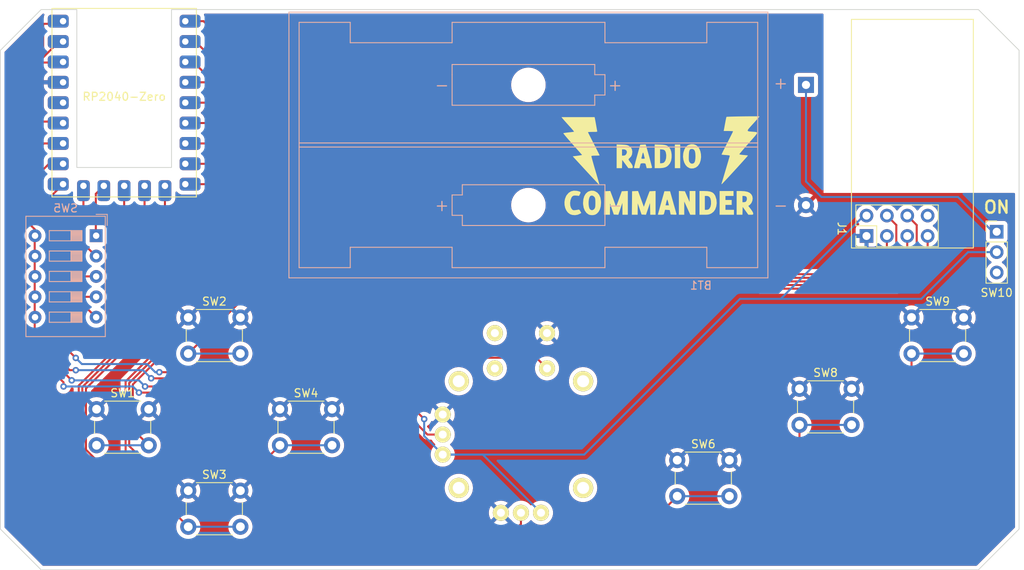
<source format=kicad_pcb>
(kicad_pcb (version 20211014) (generator pcbnew)
  (layers (0 "F.Cu" signal) (31 "B.Cu" signal) (34 "B.Paste" user) (35 "F.Paste" user) (36 "B.SilkS" user "B.Silkscreen") (37 "F.SilkS" user "F.Silkscreen") (38 "B.Mask" user) (39 "F.Mask" user) (44 "Edge.Cuts" user))
  (net 0 "")
  (net 1 "+3V0")
  (net 2 "GND")
  (net 3 "/NRF_CE")
  (net 4 "/SPI_NCS")
  (net 5 "/SPI_SCK")
  (net 6 "/SPI_MOSI")
  (net 7 "/SPI_MISO")
  (net 9 "/SW1")
  (net 10 "/SW2")
  (net 11 "/SW3")
  (net 12 "/SW4")
  (net 13 "/SW5")
  (net 14 "/SW6")
  (net 15 "/SW7")
  (net 16 "/JOY_PB")
  (net 17 "/JOY_Y")
  (net 18 "/JOY_X")
  (net 19 "/DIP1")
  (net 20 "/DIP2")
  (net 21 "/DIP3")
  (net 22 "/DIP4")
  (net 23 "/DIP5")
  (net 25 "/BATT_NOSW")
  (footprint "rp2040-zero:RP2040-Zero" (layer "F.Cu") (at 94.171 70.029)
    (fp_text reference "RZ1")
    (fp_text value "RP2040-Zero" (at 10.16 -13.45 unlocked) (layer "F.SilkS"))
    (pad "1" thru_hole roundrect (at 17.78 -22.86) (size 2.6 1.6) (drill 0.8 (offset 0.6 0)) (layers *.Cu *.Mask) (net 3 "/NRF_CE"))
    (pad "2" thru_hole roundrect (at 17.78 -20.32) (size 2.6 1.6) (drill 0.8 (offset 0.6 0)) (layers *.Cu *.Mask) (net 4 "/SPI_NCS"))
    (pad "3" thru_hole roundrect (at 17.78 -17.78) (size 2.6 1.6) (drill 0.8 (offset 0.6 0)) (layers *.Cu *.Mask) (net 5 "/SPI_SCK"))
    (pad "4" thru_hole roundrect (at 17.78 -15.24) (size 2.6 1.6) (drill 0.8 (offset 0.6 0)) (layers *.Cu *.Mask) (net 6 "/SPI_MOSI"))
    (pad "5" thru_hole roundrect (at 17.78 -12.7) (size 2.6 1.6) (drill 0.8 (offset 0.6 0)) (layers *.Cu *.Mask) (net 7 "/SPI_MISO"))
    (pad "6" thru_hole roundrect (at 17.78 -10.16) (size 2.6 1.6002) (drill 0.8 (offset 0.6 0)) (layers *.Cu *.Mask) (net 9 "/SW1"))
    (pad "7" thru_hole roundrect (at 17.78 -7.62) (size 2.6 1.6002) (drill 0.8 (offset 0.6 0)) (layers *.Cu *.Mask) (net 10 "/SW2"))
    (pad "8" thru_hole roundrect (at 17.78 -5.08) (size 2.6 1.6002) (drill 0.8 (offset 0.6 0)) (layers *.Cu *.Mask) (net 11 "/SW3"))
    (pad "9" thru_hole roundrect (at 17.78 -2.54) (size 2.6 1.6002) (drill 0.8 (offset 0.6 0)) (layers *.Cu *.Mask) (net 12 "/SW4"))
    (pad "10" thru_hole roundrect (at 15.24 -2.33) (size 1.6 2.6) (drill 0.8 (offset 0 0.6)) (layers *.Cu *.Mask) (net 13 "/SW5"))
    (pad "11" thru_hole roundrect (at 12.7 -2.33) (size 1.5748 2.6) (drill 0.8 (offset 0 0.6)) (layers *.Cu *.Mask) (net 14 "/SW6"))
    (pad "12" thru_hole roundrect (at 10.16 -2.33) (size 1.5748 2.6) (drill 0.8 (offset 0 0.6)) (layers *.Cu *.Mask) (net 15 "/SW7"))
    (pad "13" thru_hole roundrect (at 7.62 -2.33) (size 1.5748 2.6) (drill 0.8 (offset 0 0.6)) (layers *.Cu *.Mask) (net 19 "/DIP1"))
    (pad "14" thru_hole roundrect (at 5.08 -2.33) (size 1.5748 2.6) (drill 0.8 (offset 0 0.6)) (layers *.Cu *.Mask) (net 20 "/DIP2"))
    (pad "15" thru_hole roundrect (at 2.54 -2.54) (size 2.6 1.6002) (drill 0.8 (offset -0.6 0)) (layers *.Cu *.Mask) (net 21 "/DIP3"))
    (pad "16" thru_hole roundrect (at 2.54 -5.08) (size 2.6 1.6002) (drill 0.8 (offset -0.6 0)) (layers *.Cu *.Mask) (net 22 "/DIP4"))
    (pad "17" thru_hole roundrect (at 2.54 -7.62) (size 2.6 1.6002) (drill 0.8 (offset -0.6 0)) (layers *.Cu *.Mask) (net 23 "/DIP5"))
    (pad "18" thru_hole roundrect (at 2.54 -10.16) (size 2.6 1.6002) (drill 0.8 (offset -0.6 0)) (layers *.Cu *.Mask) (net 16 "/JOY_PB"))
    (pad "19" thru_hole roundrect (at 2.54 -22.86) (size 2.6 1.6002) (drill 0.8 (offset -0.6 0)) (layers *.Cu *.Mask) (net 17 "/JOY_Y"))
    (pad "20" thru_hole roundrect (at 2.54 -20.32) (size 2.6 1.6002) (drill 0.8 (offset -0.6 0)) (layers *.Cu *.Mask) (net 18 "/JOY_X"))
    (pad "21" thru_hole roundrect (at 2.54 -17.78) (size 2.6 1.6002) (drill 0.8 (offset -0.6 0)) (layers *.Cu *.Mask) (net 1 "+3V0"))
    (pad "22" thru_hole roundrect (at 2.54 -12.7) (size 2.6 1.6002) (drill 0.8 (offset -0.6 0)) (layers *.Cu *.Mask))
    (pad "23" thru_hole roundrect (at 2.54 -15.24) (size 2.6 1.6002) (drill 0.8 (offset -0.6 0)) (layers *.Cu *.Mask) (net 2 "GND"))
  )
  (footprint "rf_controller_hw:rf_commander" (layer "F.Cu") (at 171.196 64.77)
    (fp_text reference "G***" hide)
    (fp_text value "LOGO" hide)
  )
  (footprint "Button_Switch_THT:SW_PUSH_6mm_H5mm" (layer "F.Cu") (at 188.52 93)
    (fp_text reference "SW8" (at 3.25 -2) (layer "F.SilkS"))
    (fp_text value "SW_Push")
    (pad "1" thru_hole circle (at 0 0 90) (size 2 2) (drill 1.1) (layers *.Cu *.Mask) (net 2 "GND"))
    (pad "1" thru_hole circle (at 6.5 0 90) (size 2 2) (drill 1.1) (layers *.Cu *.Mask) (net 2 "GND"))
    (pad "2" thru_hole circle (at 6.5 4.5 90) (size 2 2) (drill 1.1) (layers *.Cu *.Mask) (net 14 "/SW6"))
    (pad "2" thru_hole circle (at 0 4.5 90) (size 2 2) (drill 1.1) (layers *.Cu *.Mask) (net 14 "/SW6"))
  )
  (footprint "Button_Switch_THT:SW_PUSH_6mm_H5mm" (layer "F.Cu") (at 112.32 84.11)
    (fp_text reference "SW2" (at 3.25 -2) (layer "F.SilkS"))
    (fp_text value "SW_Push")
    (pad "1" thru_hole circle (at 6.5 0 90) (size 2 2) (drill 1.1) (layers *.Cu *.Mask) (net 2 "GND"))
    (pad "1" thru_hole circle (at 0 0 90) (size 2 2) (drill 1.1) (layers *.Cu *.Mask) (net 2 "GND"))
    (pad "2" thru_hole circle (at 6.5 4.5 90) (size 2 2) (drill 1.1) (layers *.Cu *.Mask) (net 9 "/SW1"))
    (pad "2" thru_hole circle (at 0 4.5 90) (size 2 2) (drill 1.1) (layers *.Cu *.Mask) (net 9 "/SW1"))
  )
  (footprint "Button_Switch_THT:SW_PUSH_6mm_H5mm" (layer "F.Cu") (at 112.32 105.7)
    (fp_text reference "SW3" (at 3.25 -2) (layer "F.SilkS"))
    (fp_text value "SW_Push")
    (pad "1" thru_hole circle (at 0 0 90) (size 2 2) (drill 1.1) (layers *.Cu *.Mask) (net 2 "GND"))
    (pad "1" thru_hole circle (at 6.5 0 90) (size 2 2) (drill 1.1) (layers *.Cu *.Mask) (net 2 "GND"))
    (pad "2" thru_hole circle (at 0 4.5 90) (size 2 2) (drill 1.1) (layers *.Cu *.Mask) (net 12 "/SW4"))
    (pad "2" thru_hole circle (at 6.5 4.5 90) (size 2 2) (drill 1.1) (layers *.Cu *.Mask) (net 12 "/SW4"))
  )
  (footprint "Button_Switch_THT:SW_PUSH_6mm_H5mm" (layer "F.Cu") (at 100.89 95.54)
    (fp_text reference "SW1" (at 3.25 -2) (layer "F.SilkS"))
    (fp_text value "SW_Push")
    (pad "1" thru_hole circle (at 0 0 90) (size 2 2) (drill 1.1) (layers *.Cu *.Mask) (net 2 "GND"))
    (pad "1" thru_hole circle (at 6.5 0 90) (size 2 2) (drill 1.1) (layers *.Cu *.Mask) (net 2 "GND"))
    (pad "2" thru_hole circle (at 0 4.5 90) (size 2 2) (drill 1.1) (layers *.Cu *.Mask) (net 10 "/SW2"))
    (pad "2" thru_hole circle (at 6.5 4.5 90) (size 2 2) (drill 1.1) (layers *.Cu *.Mask) (net 10 "/SW2"))
  )
  (footprint "Button_Switch_THT:SW_PUSH_6mm_H5mm" (layer "F.Cu") (at 202.49 84.11)
    (fp_text reference "SW9" (at 3.25 -2) (layer "F.SilkS"))
    (fp_text value "SW_Push")
    (pad "1" thru_hole circle (at 0 0 90) (size 2 2) (drill 1.1) (layers *.Cu *.Mask) (net 2 "GND"))
    (pad "1" thru_hole circle (at 6.5 0 90) (size 2 2) (drill 1.1) (layers *.Cu *.Mask) (net 2 "GND"))
    (pad "2" thru_hole circle (at 6.5 4.5 90) (size 2 2) (drill 1.1) (layers *.Cu *.Mask) (net 15 "/SW7"))
    (pad "2" thru_hole circle (at 0 4.5 90) (size 2 2) (drill 1.1) (layers *.Cu *.Mask) (net 15 "/SW7"))
  )
  (footprint "Connector_PinHeader_2.54mm:PinHeader_1x03_P2.54mm_Vertical" (layer "F.Cu") (at 213.106 73.421)
    (fp_text reference "SW10" (at 0 7.605) (layer "F.SilkS"))
    (fp_text value "SW_SPDT")
    (pad "1" thru_hole rect (at 0 0) (size 1.7 1.7) (drill 1) (layers *.Cu *.Mask) (net 25 "/BATT_NOSW"))
    (pad "2" thru_hole oval (at 0 2.54) (size 1.7 1.7) (drill 1) (layers *.Cu *.Mask) (net 1 "+3V0"))
    (pad "3" thru_hole oval (at 0 5.08) (size 1.7 1.7) (drill 1) (layers *.Cu *.Mask))
  )
  (footprint "rf_controller_hw:NRF24L01+" (layer "F.Cu") (at 210.197 46.9465 -90)
    (fp_text reference "J1" (at 26.1 16.4 -90 unlocked) (layer "F.SilkS"))
    (fp_text value "NRF24L01")
    (pad "1" thru_hole rect (at 27 13.32 90) (size 1.7 1.7) (drill 1) (layers *.Mask "F.Cu" "In1.Cu" "B.Cu") (net 2 "GND"))
    (pad "2" thru_hole oval (at 24.46 13.32 90) (size 1.7 1.7) (drill 1) (layers *.Mask "F.Cu" "In1.Cu" "B.Cu") (net 1 "+3V0"))
    (pad "3" thru_hole oval (at 27 10.78 90) (size 1.7 1.7) (drill 1) (layers *.Mask "F.Cu" "In1.Cu" "B.Cu") (net 3 "/NRF_CE"))
    (pad "4" thru_hole oval (at 24.46 10.78 90) (size 1.7 1.7) (drill 1) (layers *.Mask "F.Cu" "In1.Cu" "B.Cu") (net 4 "/SPI_NCS"))
    (pad "5" thru_hole oval (at 27 8.24 90) (size 1.7 1.7) (drill 1) (layers *.Mask "F.Cu" "In1.Cu" "B.Cu") (net 5 "/SPI_SCK"))
    (pad "6" thru_hole oval (at 24.46 8.24 90) (size 1.7 1.7) (drill 1) (layers *.Mask "F.Cu" "In1.Cu" "B.Cu") (net 6 "/SPI_MOSI"))
    (pad "7" thru_hole oval (at 27 5.7 90) (size 1.7 1.7) (drill 1) (layers *.Mask "F.Cu" "In1.Cu" "B.Cu") (net 7 "/SPI_MISO"))
    (pad "8" thru_hole oval (at 24.46 5.7 90) (size 1.7 1.7) (drill 1) (layers *.Mask "F.Cu" "In1.Cu" "B.Cu"))
  )
  (footprint "rf_controller_hw:Joystick_Button" (layer "F.Cu") (at 153.795095 98.70567 180)
    (fp_text reference "SW7")
    (fp_text value "JOYSTICK_BUTTON")
    (pad "" thru_hole circle locked (at -7.74954 6.64972 180) (size 2.51714 2.51714) (drill 1.50114) (layers *.Cu *.Mask "F.SilkS"))
    (pad "" thru_hole circle locked (at 3.2512 8.24992 180) (size 1.99898 1.99898) (drill 1.00076) (layers *.Cu *.Mask "F.SilkS"))
    (pad "" thru_hole circle locked (at 7.74954 -6.64972 180) (size 2.51714 2.51714) (drill 1.50114) (layers *.Cu *.Mask "F.SilkS"))
    (pad "" thru_hole circle locked (at 3.2512 12.6492 180) (size 1.99898 1.99898) (drill 1.00076) (layers *.Cu *.Mask "F.SilkS"))
    (pad "" thru_hole circle locked (at -7.74954 -6.64972 180) (size 2.51714 2.51714) (drill 1.50114) (layers *.Cu *.Mask "F.SilkS"))
    (pad "" thru_hole circle locked (at 7.74954 6.64972 180) (size 2.51714 2.51714) (drill 1.50114) (layers *.Cu *.Mask "F.SilkS"))
    (pad "SW1" thru_hole circle locked (at -3.2512 8.24992 180) (size 1.99898 1.99898) (drill 1.00076) (layers *.Cu *.Mask "F.SilkS") (net 16 "/JOY_PB"))
    (pad "SW2" thru_hole circle locked (at -3.2512 12.6492 180) (size 1.99898 1.99898) (drill 1.00076) (layers *.Cu *.Mask "F.SilkS") (net 2 "GND"))
    (pad "X1" thru_hole circle locked (at 9.75106 -2.49936 180) (size 1.99898 1.99898) (drill 1.00076) (layers *.Cu *.Mask "F.SilkS") (net 1 "+3V0"))
    (pad "X2" thru_hole circle locked (at 9.75106 0 180) (size 1.99898 1.99898) (drill 1.00076) (layers *.Cu *.Mask "F.SilkS") (net 18 "/JOY_X"))
    (pad "X3" thru_hole circle locked (at 9.75106 2.49936 180) (size 1.99898 1.99898) (drill 1.00076) (layers *.Cu *.Mask "F.SilkS") (net 2 "GND"))
    (pad "Y1" thru_hole circle locked (at -2.49936 -9.75106 180) (size 1.99898 1.99898) (drill 1.00076) (layers *.Cu *.Mask "F.SilkS") (net 1 "+3V0"))
    (pad "Y2" thru_hole circle locked (at 0 -9.75106 180) (size 1.99898 1.99898) (drill 1.00076) (layers *.Cu *.Mask "F.SilkS") (net 17 "/JOY_Y"))
    (pad "Y3" thru_hole circle locked (at 2.49936 -9.75106 180) (size 1.99898 1.99898) (drill 1.00076) (layers *.Cu *.Mask "F.SilkS") (net 2 "GND"))
  )
  (footprint "Button_Switch_THT:SW_PUSH_6mm_H5mm" (layer "F.Cu") (at 123.75 95.54)
    (fp_text reference "SW4" (at 3.25 -2) (layer "F.SilkS"))
    (fp_text value "SW_Push")
    (pad "1" thru_hole circle (at 0 0 90) (size 2 2) (drill 1.1) (layers *.Cu *.Mask) (net 2 "GND"))
    (pad "1" thru_hole circle (at 6.5 0 90) (size 2 2) (drill 1.1) (layers *.Cu *.Mask) (net 2 "GND"))
    (pad "2" thru_hole circle (at 0 4.5 90) (size 2 2) (drill 1.1) (layers *.Cu *.Mask) (net 11 "/SW3"))
    (pad "2" thru_hole circle (at 6.5 4.5 90) (size 2 2) (drill 1.1) (layers *.Cu *.Mask) (net 11 "/SW3"))
  )
  (footprint "Button_Switch_THT:SW_PUSH_6mm_H5mm" (layer "F.Cu") (at 173.28 101.89)
    (fp_text reference "SW6" (at 3.25 -2) (layer "F.SilkS"))
    (fp_text value "SW_Push")
    (pad "1" thru_hole circle (at 0 0 90) (size 2 2) (drill 1.1) (layers *.Cu *.Mask) (net 2 "GND"))
    (pad "1" thru_hole circle (at 6.5 0 90) (size 2 2) (drill 1.1) (layers *.Cu *.Mask) (net 2 "GND"))
    (pad "2" thru_hole circle (at 6.5 4.5 90) (size 2 2) (drill 1.1) (layers *.Cu *.Mask) (net 13 "/SW5"))
    (pad "2" thru_hole circle (at 0 4.5 90) (size 2 2) (drill 1.1) (layers *.Cu *.Mask) (net 13 "/SW5"))
  )
  (footprint "rf_controller_hw:2AA_BATTERY" (layer "B.Cu") (at 184.531 79.121 180)
    (fp_text reference "BT1" (at 8.3 -1 unlocked) (layer "B.SilkS") (effects (justify mirror)))
    (fp_text value "Battery")
    (fp_text user "+" (at 18.995 24.01) (layer "B.SilkS") (effects (font (size 1.5 1.5)) (justify mirror)))
    (fp_text user "-" (at -1.651 9.017) (layer "B.SilkS") (effects (font (size 1.5 1.5)) (justify mirror)))
    (fp_text user "-" (at 18.995 9.02) (layer "B.SilkS") (effects (font (size 1.5 1.5)) (justify mirror)))
    (fp_text user "+" (at -1.651 24.257) (layer "B.SilkS") (effects (font (size 1.5 1.5)) (justify mirror)))
    (fp_text user "-" (at 40.585 24.01) (layer "B.SilkS") (effects (font (size 1.5 1.5)) (justify mirror)))
    (fp_text user "+" (at 40.585 9.02) (layer "B.SilkS") (effects (font (size 1.5 1.5)) (justify mirror)))
    (pad "" np_thru_hole circle (at 29.805 24.01 180) (size 3.3 3.3) (drill 3.3) (layers *.Mask "F.Cu" "In1.Cu" "B.Cu"))
    (pad "" np_thru_hole circle (at 29.805 9.02 180) (size 3.3 3.3) (drill 3.3) (layers *.Mask "F.Cu" "In1.Cu" "B.Cu"))
    (pad "1" thru_hole rect (at -4.8 24.01 180) (size 2 2) (drill 1.02) (layers *.Mask "F.Cu" "In1.Cu" "B.Cu") (net 25 "/BATT_NOSW"))
    (pad "2" thru_hole circle (at -4.8 9.02 180) (size 2 2) (drill 1.02) (layers *.Mask "F.Cu" "In1.Cu" "B.Cu") (net 2 "GND"))
  )
  (footprint "Button_Switch_THT:SW_DIP_SPSTx05_Slide_9.78x14.88mm_W7.62mm_P2.54mm" (layer "B.Cu") (at 100.838 73.914 180)
    (fp_text reference "SW5" (at 3.81 3.42) (layer "B.SilkS") (effects (justify mirror)))
    (fp_text value "SW_DIP_x05")
    (pad "1" thru_hole rect (at 0 0 180) (size 1.6 1.6) (drill 0.8) (layers *.Cu *.Mask) (net 19 "/DIP1"))
    (pad "2" thru_hole oval (at 0 -2.54 180) (size 1.6 1.6) (drill 0.8) (layers *.Cu *.Mask) (net 20 "/DIP2"))
    (pad "3" thru_hole oval (at 0 -5.08 180) (size 1.6 1.6) (drill 0.8) (layers *.Cu *.Mask) (net 21 "/DIP3"))
    (pad "4" thru_hole oval (at 0 -7.62 180) (size 1.6 1.6) (drill 0.8) (layers *.Cu *.Mask) (net 22 "/DIP4"))
    (pad "5" thru_hole oval (at 0 -10.16 180) (size 1.6 1.6) (drill 0.8) (layers *.Cu *.Mask) (net 23 "/DIP5"))
    (pad "6" thru_hole oval (at 7.62 -10.16 180) (size 1.6 1.6) (drill 0.8) (layers *.Cu *.Mask) (net 1 "+3V0"))
    (pad "7" thru_hole oval (at 7.62 -7.62 180) (size 1.6 1.6) (drill 0.8) (layers *.Cu *.Mask) (net 1 "+3V0"))
    (pad "8" thru_hole oval (at 7.62 -5.08 180) (size 1.6 1.6) (drill 0.8) (layers *.Cu *.Mask) (net 1 "+3V0"))
    (pad "9" thru_hole oval (at 7.62 -2.54 180) (size 1.6 1.6) (drill 0.8) (layers *.Cu *.Mask) (net 1 "+3V0"))
    (pad "10" thru_hole oval (at 7.62 0 180) (size 1.6 1.6) (drill 0.8) (layers *.Cu *.Mask) (net 1 "+3V0"))
  )
  (gr_poly (pts (xy 215.9 50.8) (xy 215.9 110.49) (xy 210.82 115.57) (xy 93.98 115.57) (xy 88.9 110.49) (xy 88.9 50.8) (xy 93.98 45.72) (xy 98.425 45.72) (xy 98.425 65.405) (xy 110.236 65.405) (xy 110.236 45.72) (xy 210.82 45.72)) (layer "Edge.Cuts") (width 0.1) (fill none))
  (gr_text "ON" (at 213.106 70.358) (layer "F.SilkS") (effects (font (size 1.5 1.5) (thickness 0.3))))
  (segment (start 97.536 90.678) (end 98.298 90.678) (width 0.25) (layer "F.Cu") (net 1))
  (segment (start 107.696 91.694) (end 136.652 91.694) (width 0.25) (layer "F.Cu") (net 1))
  (segment (start 93.1755 76.449) (end 93.1755 78.989) (width 0.25) (layer "F.Cu") (net 1))
  (segment (start 96.711 52.249) (end 96.325624 52.249) (width 0.25) (layer "F.Cu") (net 1))
  (segment (start 96.325624 52.249) (end 96.250624 52.324) (width 0.25) (layer "F.Cu") (net 1))
  (segment (start 93.1755 73.1095) (end 93.1755 73.909) (width 0.25) (layer "F.Cu") (net 1))
  (segment (start 93.1755 81.529) (end 93.1755 84.069) (width 0.25) (layer "F.Cu") (net 1))
  (segment (start 96.266 89.408) (end 97.536 90.678) (width 0.25) (layer "F.Cu") (net 1))
  (segment (start 96.250624 52.324) (end 94.234 52.324) (width 0.25) (layer "F.Cu") (net 1))
  (segment (start 93.1755 73.909) (end 93.1755 76.449) (width 0.25) (layer "F.Cu") (net 1))
  (segment (start 93.1755 86.3175) (end 96.266 89.408) (width 0.25) (layer "F.Cu") (net 1))
  (segment (start 91.948 54.61) (end 91.948 71.882) (width 0.25) (layer "F.Cu") (net 1))
  (segment (start 136.652 91.694) (end 141.732 96.774) (width 0.25) (layer "F.Cu") (net 1))
  (segment (start 93.1755 84.069) (end 93.1755 86.3175) (width 0.25) (layer "F.Cu") (net 1))
  (segment (start 91.948 71.882) (end 93.1755 73.1095) (width 0.25) (layer "F.Cu") (net 1))
  (segment (start 93.1755 78.989) (end 93.1755 81.529) (width 0.25) (layer "F.Cu") (net 1))
  (segment (start 94.234 52.324) (end 91.948 54.61) (width 0.25) (layer "F.Cu") (net 1))
  (via (at 141.732 96.774) (size 0.8) (drill 0.4) (layers "F.Cu" "B.Cu") (net 1))
  (via (at 98.298 90.678) (size 0.8) (drill 0.4) (layers "F.Cu" "B.Cu") (net 1))
  (via (at 107.696 91.694) (size 0.8) (drill 0.4) (layers "F.Cu" "B.Cu") (net 1))
  (segment (start 161.68497 101.20503) (end 175.895 86.995) (width 0.25) (layer "B.Cu") (net 1))
  (segment (start 141.732 98.892995) (end 144.044035 101.20503) (width 0.25) (layer "B.Cu") (net 1))
  (segment (start 209.535 75.961) (end 213.106 75.961) (width 0.25) (layer "B.Cu") (net 1))
  (segment (start 144.044035 101.20503) (end 149.042755 101.20503) (width 0.25) (layer "B.Cu") (net 1))
  (segment (start 106.68 90.678) (end 107.696 91.694) (width 0.25) (layer "B.Cu") (net 1))
  (segment (start 203.708 81.788) (end 209.535 75.961) (width 0.25) (layer "B.Cu") (net 1))
  (segment (start 186.182 81.788) (end 203.708 81.788) (width 0.25) (layer "B.Cu") (net 1))
  (segment (start 144.044035 101.20503) (end 161.68497 101.20503) (width 0.25) (layer "B.Cu") (net 1))
  (segment (start 181.102 81.788) (end 186.182 81.788) (width 0.25) (layer "B.Cu") (net 1))
  (segment (start 149.042755 101.20503) (end 156.294455 108.45673) (width 0.25) (layer "B.Cu") (net 1))
  (segment (start 175.895 86.995) (end 181.102 81.788) (width 0.25) (layer "B.Cu") (net 1))
  (segment (start 186.182 81.788) (end 196.5635 71.4065) (width 0.25) (layer "B.Cu") (net 1))
  (segment (start 98.298 90.678) (end 106.68 90.678) (width 0.25) (layer "B.Cu") (net 1))
  (segment (start 141.732 96.774) (end 141.732 98.892995) (width 0.25) (layer "B.Cu") (net 1))
  (segment (start 196.5635 71.4065) (end 196.877 71.4065) (width 0.25) (layer "B.Cu") (net 1))
  (segment (start 184.390068 78.712) (end 196.878 78.712) (width 0.25) (layer "F.Cu") (net 3))
  (segment (start 170.166068 64.488) (end 184.390068 78.712) (width 0.25) (layer "F.Cu") (net 3))
  (segment (start 141.584016 64.488) (end 170.166068 64.488) (width 0.25) (layer "F.Cu") (net 3))
  (segment (start 132.619016 55.523) (end 141.584016 64.488) (width 0.25) (layer "F.Cu") (net 3))
  (segment (start 122.579 55.523) (end 132.619016 55.523) (width 0.25) (layer "F.Cu") (net 3))
  (segment (start 196.878 78.712) (end 199.417 76.173) (width 0.25) (layer "F.Cu") (net 3))
  (segment (start 199.417 76.173) (end 199.417 73.9465) (width 0.25) (layer "F.Cu") (net 3))
  (segment (start 111.951 47.169) (end 114.225 47.169) (width 0.25) (layer "F.Cu") (net 3))
  (segment (start 114.225 47.169) (end 122.579 55.523) (width 0.25) (layer "F.Cu") (net 3))
  (segment (start 184.203672 79.162) (end 200.098328 79.162) (width 0.25) (layer "F.Cu") (net 4))
  (segment (start 169.979672 64.938) (end 184.203672 79.162) (width 0.25) (layer "F.Cu") (net 4))
  (segment (start 141.39762 64.938) (end 169.979672 64.938) (width 0.25) (layer "F.Cu") (net 4))
  (segment (start 111.951 49.709) (end 113.209 49.709) (width 0.25) (layer "F.Cu") (net 4))
  (segment (start 200.592 78.668328) (end 200.592 72.5815) (width 0.25) (layer "F.Cu") (net 4))
  (segment (start 200.098328 79.162) (end 200.592 78.668328) (width 0.25) (layer "F.Cu") (net 4))
  (segment (start 132.43262 55.973) (end 141.39762 64.938) (width 0.25) (layer "F.Cu") (net 4))
  (segment (start 200.592 72.5815) (end 199.417 71.4065) (width 0.25) (layer "F.Cu") (net 4))
  (segment (start 113.209 49.709) (end 119.473 55.973) (width 0.25) (layer "F.Cu") (net 4))
  (segment (start 119.473 55.973) (end 132.43262 55.973) (width 0.25) (layer "F.Cu") (net 4))
  (segment (start 117.129 56.423) (end 132.246224 56.423) (width 0.25) (layer "F.Cu") (net 5))
  (segment (start 184.017276 79.612) (end 200.284724 79.612) (width 0.25) (layer "F.Cu") (net 5))
  (segment (start 132.246224 56.423) (end 141.211224 65.388) (width 0.25) (layer "F.Cu") (net 5))
  (segment (start 111.951 52.249) (end 112.955 52.249) (width 0.25) (layer "F.Cu") (net 5))
  (segment (start 141.211224 65.388) (end 169.793276 65.388) (width 0.25) (layer "F.Cu") (net 5))
  (segment (start 169.793276 65.388) (end 184.017276 79.612) (width 0.25) (layer "F.Cu") (net 5))
  (segment (start 112.955 52.249) (end 117.129 56.423) (width 0.25) (layer "F.Cu") (net 5))
  (segment (start 201.957 77.939724) (end 201.957 73.9465) (width 0.25) (layer "F.Cu") (net 5))
  (segment (start 200.284724 79.612) (end 201.957 77.939724) (width 0.25) (layer "F.Cu") (net 5))
  (segment (start 132.059 56.875) (end 141.024 65.84) (width 0.254) (layer "F.Cu") (net 6))
  (segment (start 203.134 77.401948) (end 203.134 72.5835) (width 0.254) (layer "F.Cu") (net 6))
  (segment (start 114.754 54.789) (end 116.84 56.875) (width 0.254) (layer "F.Cu") (net 6))
  (segment (start 203.134 72.5835) (end 201.957 71.4065) (width 0.254) (layer "F.Cu") (net 6))
  (segment (start 141.024 65.84) (end 169.606052 65.84) (width 0.254) (layer "F.Cu") (net 6))
  (segment (start 111.951 54.789) (end 114.754 54.789) (width 0.254) (layer "F.Cu") (net 6))
  (segment (start 183.830052 80.064) (end 200.471948 80.064) (width 0.254) (layer "F.Cu") (net 6))
  (segment (start 169.606052 65.84) (end 183.830052 80.064) (width 0.254) (layer "F.Cu") (net 6))
  (segment (start 116.84 56.875) (end 132.059 56.875) (width 0.254) (layer "F.Cu") (net 6))
  (segment (start 200.471948 80.064) (end 203.134 77.401948) (width 0.254) (layer "F.Cu") (net 6))
  (segment (start 131.751 57.329) (end 140.716 66.294) (width 0.254) (layer "F.Cu") (net 7))
  (segment (start 111.951 57.329) (end 131.751 57.329) (width 0.254) (layer "F.Cu") (net 7))
  (segment (start 140.716 66.294) (end 169.418 66.294) (width 0.254) (layer "F.Cu") (net 7))
  (segment (start 183.642 80.518) (end 200.66 80.518) (width 0.254) (layer "F.Cu") (net 7))
  (segment (start 200.66 80.518) (end 204.497 76.681) (width 0.254) (layer "F.Cu") (net 7))
  (segment (start 204.497 76.681) (end 204.497 73.9465) (width 0.254) (layer "F.Cu") (net 7))
  (segment (start 169.418 66.294) (end 183.642 80.518) (width 0.254) (layer "F.Cu") (net 7))
  (segment (start 118.289 59.869) (end 111.951 59.869) (width 0.25) (layer "F.Cu") (net 9))
  (segment (start 122.682 64.262) (end 118.289 59.869) (width 0.25) (layer "F.Cu") (net 9))
  (segment (start 122.682 78.248) (end 122.682 64.262) (width 0.25) (layer "F.Cu") (net 9))
  (segment (start 112.32 88.61) (end 122.682 78.248) (width 0.25) (layer "F.Cu") (net 9))
  (segment (start 112.32 88.61) (end 118.82 88.61) (width 0.25) (layer "B.Cu") (net 9))
  (segment (start 105.41 98.06) (end 107.39 100.04) (width 0.25) (layer "F.Cu") (net 10))
  (segment (start 111.951 62.409) (end 120.192604 62.409) (width 0.25) (layer "F.Cu") (net 10))
  (segment (start 122.232 78.061604) (end 113.425604 86.868) (width 0.25) (layer "F.Cu") (net 10))
  (segment (start 110.998 86.868) (end 105.41 92.456) (width 0.25) (layer "F.Cu") (net 10))
  (segment (start 122.232 64.448396) (end 122.232 78.061604) (width 0.25) (layer "F.Cu") (net 10))
  (segment (start 105.41 92.456) (end 105.41 98.06) (width 0.25) (layer "F.Cu") (net 10))
  (segment (start 120.192604 62.409) (end 122.232 64.448396) (width 0.25) (layer "F.Cu") (net 10))
  (segment (start 113.425604 86.868) (end 110.998 86.868) (width 0.25) (layer "F.Cu") (net 10))
  (segment (start 100.89 100.04) (end 107.39 100.04) (width 0.25) (layer "B.Cu") (net 10))
  (segment (start 104.96 100.134) (end 106.68 101.854) (width 0.25) (layer "F.Cu") (net 11))
  (segment (start 121.782 77.875208) (end 113.239208 86.418) (width 0.25) (layer "F.Cu") (net 11))
  (segment (start 117.781 64.949) (end 121.782 68.95) (width 0.25) (layer "F.Cu") (net 11))
  (segment (start 110.811604 86.418) (end 104.96 92.269604) (width 0.25) (layer "F.Cu") (net 11))
  (segment (start 106.68 101.854) (end 121.936 101.854) (width 0.25) (layer "F.Cu") (net 11))
  (segment (start 104.96 92.269604) (end 104.96 100.134) (width 0.25) (layer "F.Cu") (net 11))
  (segment (start 121.936 101.854) (end 123.75 100.04) (width 0.25) (layer "F.Cu") (net 11))
  (segment (start 113.239208 86.418) (end 110.811604 86.418) (width 0.25) (layer "F.Cu") (net 11))
  (segment (start 111.951 64.949) (end 117.781 64.949) (width 0.25) (layer "F.Cu") (net 11))
  (segment (start 121.782 68.95) (end 121.782 77.875208) (width 0.25) (layer "F.Cu") (net 11))
  (segment (start 123.75 100.04) (end 130.25 100.04) (width 0.25) (layer "B.Cu") (net 11))
  (segment (start 121.332 77.688812) (end 113.052812 85.968) (width 0.25) (layer "F.Cu") (net 12))
  (segment (start 110.625208 85.968) (end 104.51 92.083208) (width 0.25) (layer "F.Cu") (net 12))
  (segment (start 113.052812 85.968) (end 110.625208 85.968) (width 0.25) (layer "F.Cu") (net 12))
  (segment (start 104.51 102.39) (end 112.32 110.2) (width 0.25) (layer "F.Cu") (net 12))
  (segment (start 121.332 70.278) (end 121.332 77.688812) (width 0.25) (layer "F.Cu") (net 12))
  (segment (start 118.543 67.489) (end 121.332 70.278) (width 0.25) (layer "F.Cu") (net 12))
  (segment (start 111.951 67.489) (end 118.543 67.489) (width 0.25) (layer "F.Cu") (net 12))
  (segment (start 104.51 92.083208) (end 104.51 102.39) (width 0.25) (layer "F.Cu") (net 12))
  (segment (start 112.32 110.2) (end 118.82 110.2) (width 0.25) (layer "B.Cu") (net 12))
  (segment (start 109.411 83.121) (end 99.565 92.967) (width 0.25) (layer "F.Cu") (net 13))
  (segment (start 99.565 92.967) (end 99.565 100.588833) (width 0.25) (layer "F.Cu") (net 13))
  (segment (start 99.565 100.588833) (end 111.244167 112.268) (width 0.25) (layer "F.Cu") (net 13))
  (segment (start 109.411 67.699) (end 109.411 83.121) (width 0.25) (layer "F.Cu") (net 13))
  (segment (start 111.244167 112.268) (end 167.402 112.268) (width 0.25) (layer "F.Cu") (net 13))
  (segment (start 167.402 112.268) (end 173.28 106.39) (width 0.25) (layer "F.Cu") (net 13))
  (segment (start 173.28 106.39) (end 179.78 106.39) (width 0.25) (layer "B.Cu") (net 13))
  (segment (start 99.115 100.775229) (end 111.057771 112.718) (width 0.25) (layer "F.Cu") (net 14))
  (segment (start 181.356 108.204) (end 188.52 101.04) (width 0.25) (layer "F.Cu") (net 14))
  (segment (start 106.871 85.024604) (end 99.115 92.780604) (width 0.25) (layer "F.Cu") (net 14))
  (segment (start 111.057771 112.718) (end 167.588396 112.718) (width 0.25) (layer "F.Cu") (net 14))
  (segment (start 172.102396 108.204) (end 181.356 108.204) (width 0.25) (layer "F.Cu") (net 14))
  (segment (start 106.871 67.699) (end 106.871 85.024604) (width 0.25) (layer "F.Cu") (net 14))
  (segment (start 188.52 101.04) (end 188.52 97.5) (width 0.25) (layer "F.Cu") (net 14))
  (segment (start 167.588396 112.718) (end 172.102396 108.204) (width 0.25) (layer "F.Cu") (net 14))
  (segment (start 99.115 92.780604) (end 99.115 100.775229) (width 0.25) (layer "F.Cu") (net 14))
  (segment (start 188.52 97.5) (end 195.02 97.5) (width 0.25) (layer "B.Cu") (net 14))
  (segment (start 202.49 93.42) (end 202.49 88.61) (width 0.25) (layer "F.Cu") (net 15))
  (segment (start 196.596 99.314) (end 202.49 93.42) (width 0.25) (layer "F.Cu") (net 15))
  (segment (start 189.224 99.314) (end 196.596 99.314) (width 0.25) (layer "F.Cu") (net 15))
  (segment (start 167.774792 113.168) (end 172.288792 108.654) (width 0.25) (layer "F.Cu") (net 15))
  (segment (start 188.97 101.226396) (end 188.97 99.568) (width 0.25) (layer "F.Cu") (net 15))
  (segment (start 110.871375 113.168) (end 167.774792 113.168) (width 0.25) (layer "F.Cu") (net 15))
  (segment (start 172.288792 108.654) (end 181.542396 108.654) (width 0.25) (layer "F.Cu") (net 15))
  (segment (start 104.331 67.699) (end 104.331 86.928208) (width 0.25) (layer "F.Cu") (net 15))
  (segment (start 98.665 92.594208) (end 98.665 100.961625) (width 0.25) (layer "F.Cu") (net 15))
  (segment (start 181.542396 108.654) (end 188.97 101.226396) (width 0.25) (layer "F.Cu") (net 15))
  (segment (start 188.97 99.568) (end 189.224 99.314) (width 0.25) (layer "F.Cu") (net 15))
  (segment (start 98.665 100.961625) (end 110.871375 113.168) (width 0.25) (layer "F.Cu") (net 15))
  (segment (start 104.331 86.928208) (end 98.665 92.594208) (width 0.25) (layer "F.Cu") (net 15))
  (segment (start 202.49 88.61) (end 208.99 88.61) (width 0.25) (layer "B.Cu") (net 15))
  (segment (start 138.43 90.932) (end 131.826 90.932) (width 0.25) (layer "F.Cu") (net 16))
  (segment (start 131.826 90.932) (end 108.712 90.932) (width 0.25) (layer "F.Cu") (net 16))
  (segment (start 92.456 60.706) (end 93.472 59.69) (width 0.25) (layer "F.Cu") (net 16))
  (segment (start 96.532 59.69) (end 96.711 59.869) (width 0.25) (layer "F.Cu") (net 16))
  (segment (start 95.25 86.106) (end 95.25 73.914) (width 0.25) (layer "F.Cu") (net 16))
  (segment (start 155.721805 89.13126) (end 140.23074 89.13126) (width 0.25) (layer "F.Cu") (net 16))
  (segment (start 92.456 71.12) (end 92.456 60.706) (width 0.25) (layer "F.Cu") (net 16))
  (segment (start 98.298 89.154) (end 95.25 86.106) (width 0.25) (layer "F.Cu") (net 16))
  (segment (start 93.472 59.69) (end 96.532 59.69) (width 0.25) (layer "F.Cu") (net 16))
  (segment (start 140.23074 89.13126) (end 138.43 90.932) (width 0.25) (layer "F.Cu") (net 16))
  (segment (start 95.25 73.914) (end 92.456 71.12) (width 0.25) (layer "F.Cu") (net 16))
  (segment (start 157.046295 90.45575) (end 155.721805 89.13126) (width 0.25) (layer "F.Cu") (net 16))
  (via (at 98.298 89.154) (size 0.8) (drill 0.4) (layers "F.Cu" "B.Cu") (net 16))
  (via (at 108.712 90.932) (size 0.8) (drill 0.4) (layers "F.Cu" "B.Cu") (net 16))
  (segment (start 100.584 89.916) (end 99.06 89.916) (width 0.25) (layer "B.Cu") (net 16))
  (segment (start 108.712 90.932) (end 108.204 90.932) (width 0.25) (layer "B.Cu") (net 16))
  (segment (start 99.06 89.916) (end 98.298 89.154) (width 0.25) (layer "B.Cu") (net 16))
  (segment (start 107.188 89.916) (end 100.584 89.916) (width 0.25) (layer "B.Cu") (net 16))
  (segment (start 108.204 90.932) (end 107.188 89.916) (width 0.25) (layer "B.Cu") (net 16))
  (segment (start 90.99 54.295208) (end 90.99 56.642) (width 0.25) (layer "F.Cu") (net 17))
  (segment (start 94.234 51.051208) (end 92.073604 53.211604) (width 0.25) (layer "F.Cu") (net 17))
  (segment (start 146.05 110.49) (end 153.162 110.49) (width 0.25) (layer "F.Cu") (net 17))
  (segment (start 96.325624 47.169) (end 95.996624 47.498) (width 0.25) (layer "F.Cu") (net 17))
  (segment (start 96.711 47.169) (end 96.325624 47.169) (width 0.25) (layer "F.Cu") (net 17))
  (segment (start 139.954 104.394) (end 146.05 110.49) (width 0.25) (layer "F.Cu") (net 17))
  (segment (start 136.144 93.472) (end 139.954 97.282) (width 0.25) (layer "F.Cu") (net 17))
  (segment (start 92.073604 53.211604) (end 90.99 54.295208) (width 0.25) (layer "F.Cu") (net 17))
  (segment (start 153.162 110.49) (end 153.795095 109.856905) (width 0.25) (layer "F.Cu") (net 17))
  (segment (start 95.996624 47.498) (end 94.234 47.498) (width 0.25) (layer "F.Cu") (net 17))
  (segment (start 90.99 86.418) (end 96.266 91.694) (width 0.25) (layer "F.Cu") (net 17))
  (segment (start 106.172 93.472) (end 136.144 93.472) (width 0.25) (layer "F.Cu") (net 17))
  (segment (start 96.266 91.694) (end 96.774 92.202) (width 0.25) (layer "F.Cu") (net 17))
  (segment (start 139.954 97.282) (end 139.954 104.394) (width 0.25) (layer "F.Cu") (net 17))
  (segment (start 90.99 56.642) (end 90.99 86.418) (width 0.25) (layer "F.Cu") (net 17))
  (segment (start 94.234 47.498) (end 94.234 51.051208) (width 0.25) (layer "F.Cu") (net 17))
  (segment (start 96.774 92.202) (end 96.774 92.71) (width 0.25) (layer "F.Cu") (net 17))
  (segment (start 153.795095 109.856905) (end 153.795095 108.45673) (width 0.25) (layer "F.Cu") (net 17))
  (via (at 106.172 93.472) (size 0.8) (drill 0.4) (layers "F.Cu" "B.Cu") (net 17))
  (via (at 96.774 92.71) (size 0.8) (drill 0.4) (layers "F.Cu" "B.Cu") (net 17))
  (segment (start 96.774 92.71) (end 105.41 92.71) (width 0.25) (layer "B.Cu") (net 17))
  (segment (start 105.41 92.71) (end 106.172 93.472) (width 0.25) (layer "B.Cu") (net 17))
  (segment (start 91.44 62.738) (end 91.44 85.598) (width 0.25) (layer "F.Cu") (net 18))
  (segment (start 106.934 92.71) (end 136.144 92.71) (width 0.25) (layer "F.Cu") (net 18))
  (segment (start 92.137802 53.783802) (end 91.44 54.481604) (width 0.25) (layer "F.Cu") (net 18))
  (segment (start 91.44 85.598) (end 97.79 91.948) (width 0.25) (layer "F.Cu") (net 18))
  (segment (start 136.144 92.71) (end 142.13967 98.70567) (width 0.25) (layer "F.Cu") (net 18))
  (segment (start 96.711 49.709) (end 96.212604 49.709) (width 0.25) (layer "F.Cu") (net 18))
  (segment (start 142.13967 98.70567) (end 144.044035 98.70567) (width 0.25) (layer "F.Cu") (net 18))
  (segment (start 91.44 54.481604) (end 91.44 62.738) (width 0.25) (layer "F.Cu") (net 18))
  (segment (start 96.212604 49.709) (end 92.137802 53.783802) (width 0.25) (layer "F.Cu") (net 18))
  (via (at 97.79 91.948) (size 0.8) (drill 0.4) (layers "F.Cu" "B.Cu") (net 18))
  (via (at 106.934 92.71) (size 0.8) (drill 0.4) (layers "F.Cu" "B.Cu") (net 18))
  (segment (start 97.79 91.948) (end 106.172 91.948) (width 0.25) (layer "B.Cu") (net 18))
  (segment (start 106.172 91.948) (end 106.934 92.71) (width 0.25) (layer "B.Cu") (net 18))
  (segment (start 100.7955 73.909) (end 100.7955 68.6945) (width 0.25) (layer "F.Cu") (net 19))
  (segment (start 100.7955 68.6945) (end 101.791 67.699) (width 0.25) (layer "F.Cu") (net 19))
  (segment (start 99.251 74.9045) (end 100.7955 76.449) (width 0.25) (layer "F.Cu") (net 20))
  (segment (start 99.251 67.699) (end 99.251 74.9045) (width 0.25) (layer "F.Cu") (net 20))
  (segment (start 95.188594 71.943406) (end 95.188594 69.011406) (width 0.25) (layer "F.Cu") (net 21))
  (segment (start 96.988292 78.989) (end 96.6 78.600708) (width 0.25) (layer "F.Cu") (net 21))
  (segment (start 96.6 78.600708) (end 96.6 73.354812) (width 0.25) (layer "F.Cu") (net 21))
  (segment (start 100.7955 78.989) (end 96.988292 78.989) (width 0.25) (layer "F.Cu") (net 21))
  (segment (start 95.188594 69.011406) (end 96.711 67.489) (width 0.25) (layer "F.Cu") (net 21))
  (segment (start 96.6 73.354812) (end 95.188594 71.943406) (width 0.25) (layer "F.Cu") (net 21))
  (segment (start 98.891896 81.529) (end 96.15 78.787104) (width 0.25) (layer "F.Cu") (net 22))
  (segment (start 93.356 70.747208) (end 93.356 66.548) (width 0.25) (layer "F.Cu") (net 22))
  (segment (start 93.356 66.548) (end 94.955 64.949) (width 0.25) (layer "F.Cu") (net 22))
  (segment (start 94.955 64.949) (end 96.711 64.949) (width 0.25) (layer "F.Cu") (net 22))
  (segment (start 96.15 78.787104) (end 96.15 73.541208) (width 0.25) (layer "F.Cu") (net 22))
  (segment (start 96.15 73.541208) (end 93.356 70.747208) (width 0.25) (layer "F.Cu") (net 22))
  (segment (start 100.7955 81.529) (end 98.891896 81.529) (width 0.25) (layer "F.Cu") (net 22))
  (segment (start 92.906 63.812) (end 92.906 70.933604) (width 0.25) (layer "F.Cu") (net 23))
  (segment (start 95.7 73.727604) (end 95.7 78.9735) (width 0.25) (layer "F.Cu") (net 23))
  (segment (start 95.7 78.9735) (end 100.7955 84.069) (width 0.25) (layer "F.Cu") (net 23))
  (segment (start 94.309 62.409) (end 92.906 63.812) (width 0.25) (layer "F.Cu") (net 23))
  (segment (start 96.711 62.409) (end 94.309 62.409) (width 0.25) (layer "F.Cu") (net 23))
  (segment (start 92.906 70.933604) (end 95.7 73.727604) (width 0.25) (layer "F.Cu") (net 23))
  (segment (start 208.28 69.088) (end 212.613 73.421) (width 0.25) (layer "B.Cu") (net 25))
  (segment (start 212.613 73.421) (end 213.106 73.421) (width 0.25) (layer "B.Cu") (net 25))
  (segment (start 189.331 67.157) (end 191.262 69.088) (width 0.25) (layer "B.Cu") (net 25))
  (segment (start 189.331 55.111) (end 189.331 67.157) (width 0.25) (layer "B.Cu") (net 25))
  (segment (start 191.262 69.088) (end 208.28 69.088) (width 0.25) (layer "B.Cu") (net 25))
  (zone (net 2) (net_name "GND") (layers F&B.Cu) (connect_pads (clearance 0.508)) (min_thickness 0.254) (fill yes (thermal_gap 0.508) (thermal_bridge_width 0.508))
    (polygon (pts (xy 215.9 68.58) (xy 215.9 115.57) (xy 88.9 115.57) (xy 88.9 45.72) (xy 191.516 45.72) (xy 191.516 68.58)))
  )
)
</source>
